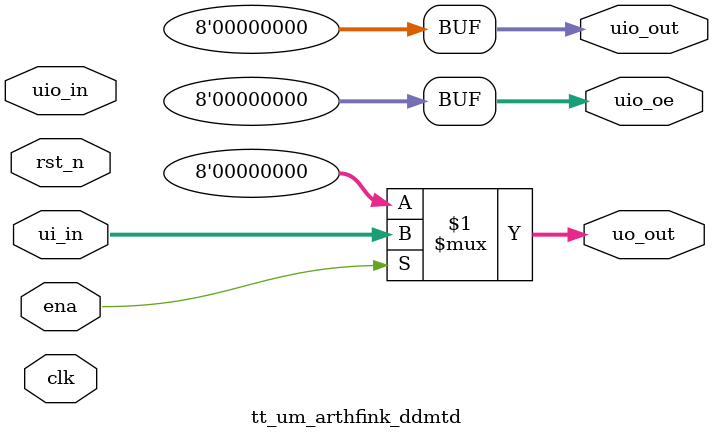
<source format=v>
module tt_um_arthfink_ddmtd (
    input  wire       clk,
    input  wire       rst_n,
    input  wire       ena,
    input  wire [7:0] ui_in,
    output wire [7:0] uo_out,
    input  wire [7:0] uio_in,
    output wire [7:0] uio_out,
    output wire [7:0] uio_oe
);

    // Simple “alive” behavior for now:
    // drive outputs only when enabled
    assign uo_out  = ena ? ui_in : 8'h00;
    assign uio_out = 8'h00;
    assign uio_oe  = 8'h00;

endmodule

</source>
